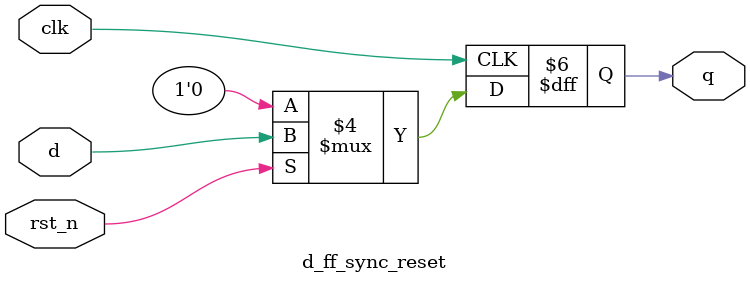
<source format=v>
module d_ff_sync_reset(clk,rst_n,d,q);
input clk,rst_n;
input d;
output reg q;


always @(posedge clk)begin
if(!rst_n)
      q <= 1'b0;
else
     q <= d;
end
endmodule

</source>
